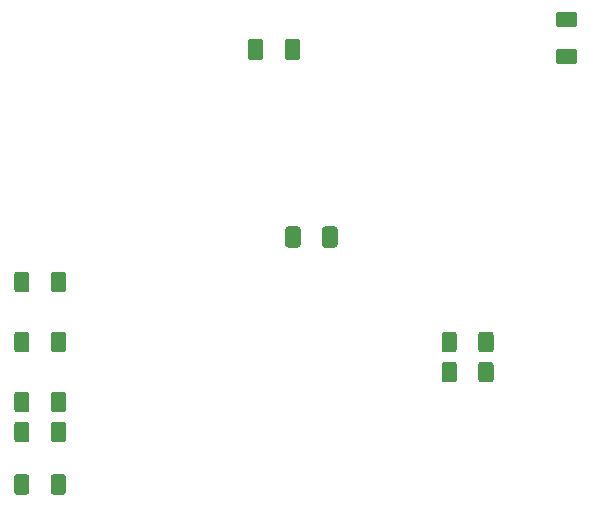
<source format=gbr>
%TF.GenerationSoftware,KiCad,Pcbnew,(5.1.8-0-10_14)*%
%TF.CreationDate,2021-01-04T21:42:45+01:00*%
%TF.ProjectId,led-matrix,6c65642d-6d61-4747-9269-782e6b696361,rev?*%
%TF.SameCoordinates,Original*%
%TF.FileFunction,Paste,Top*%
%TF.FilePolarity,Positive*%
%FSLAX46Y46*%
G04 Gerber Fmt 4.6, Leading zero omitted, Abs format (unit mm)*
G04 Created by KiCad (PCBNEW (5.1.8-0-10_14)) date 2021-01-04 21:42:45*
%MOMM*%
%LPD*%
G01*
G04 APERTURE LIST*
G04 APERTURE END LIST*
%TO.C,R8*%
G36*
G01*
X28830000Y-61600000D02*
X28830000Y-62850000D01*
G75*
G02*
X28580000Y-63100000I-250000J0D01*
G01*
X27780000Y-63100000D01*
G75*
G02*
X27530000Y-62850000I0J250000D01*
G01*
X27530000Y-61600000D01*
G75*
G02*
X27780000Y-61350000I250000J0D01*
G01*
X28580000Y-61350000D01*
G75*
G02*
X28830000Y-61600000I0J-250000D01*
G01*
G37*
G36*
G01*
X31930000Y-61600000D02*
X31930000Y-62850000D01*
G75*
G02*
X31680000Y-63100000I-250000J0D01*
G01*
X30880000Y-63100000D01*
G75*
G02*
X30630000Y-62850000I0J250000D01*
G01*
X30630000Y-61600000D01*
G75*
G02*
X30880000Y-61350000I250000J0D01*
G01*
X31680000Y-61350000D01*
G75*
G02*
X31930000Y-61600000I0J-250000D01*
G01*
G37*
%TD*%
%TO.C,R7*%
G36*
G01*
X28830000Y-59065000D02*
X28830000Y-60315000D01*
G75*
G02*
X28580000Y-60565000I-250000J0D01*
G01*
X27780000Y-60565000D01*
G75*
G02*
X27530000Y-60315000I0J250000D01*
G01*
X27530000Y-59065000D01*
G75*
G02*
X27780000Y-58815000I250000J0D01*
G01*
X28580000Y-58815000D01*
G75*
G02*
X28830000Y-59065000I0J-250000D01*
G01*
G37*
G36*
G01*
X31930000Y-59065000D02*
X31930000Y-60315000D01*
G75*
G02*
X31680000Y-60565000I-250000J0D01*
G01*
X30880000Y-60565000D01*
G75*
G02*
X30630000Y-60315000I0J250000D01*
G01*
X30630000Y-59065000D01*
G75*
G02*
X30880000Y-58815000I250000J0D01*
G01*
X31680000Y-58815000D01*
G75*
G02*
X31930000Y-59065000I0J-250000D01*
G01*
G37*
%TD*%
%TO.C,R6*%
G36*
G01*
X28830000Y-48905000D02*
X28830000Y-50155000D01*
G75*
G02*
X28580000Y-50405000I-250000J0D01*
G01*
X27780000Y-50405000D01*
G75*
G02*
X27530000Y-50155000I0J250000D01*
G01*
X27530000Y-48905000D01*
G75*
G02*
X27780000Y-48655000I250000J0D01*
G01*
X28580000Y-48655000D01*
G75*
G02*
X28830000Y-48905000I0J-250000D01*
G01*
G37*
G36*
G01*
X31930000Y-48905000D02*
X31930000Y-50155000D01*
G75*
G02*
X31680000Y-50405000I-250000J0D01*
G01*
X30880000Y-50405000D01*
G75*
G02*
X30630000Y-50155000I0J250000D01*
G01*
X30630000Y-48905000D01*
G75*
G02*
X30880000Y-48655000I250000J0D01*
G01*
X31680000Y-48655000D01*
G75*
G02*
X31930000Y-48905000I0J-250000D01*
G01*
G37*
%TD*%
%TO.C,R4*%
G36*
G01*
X28830000Y-66050000D02*
X28830000Y-67300000D01*
G75*
G02*
X28580000Y-67550000I-250000J0D01*
G01*
X27780000Y-67550000D01*
G75*
G02*
X27530000Y-67300000I0J250000D01*
G01*
X27530000Y-66050000D01*
G75*
G02*
X27780000Y-65800000I250000J0D01*
G01*
X28580000Y-65800000D01*
G75*
G02*
X28830000Y-66050000I0J-250000D01*
G01*
G37*
G36*
G01*
X31930000Y-66050000D02*
X31930000Y-67300000D01*
G75*
G02*
X31680000Y-67550000I-250000J0D01*
G01*
X30880000Y-67550000D01*
G75*
G02*
X30630000Y-67300000I0J250000D01*
G01*
X30630000Y-66050000D01*
G75*
G02*
X30880000Y-65800000I250000J0D01*
G01*
X31680000Y-65800000D01*
G75*
G02*
X31930000Y-66050000I0J-250000D01*
G01*
G37*
%TD*%
%TO.C,R3*%
G36*
G01*
X66825000Y-55230000D02*
X66825000Y-53980000D01*
G75*
G02*
X67075000Y-53730000I250000J0D01*
G01*
X67875000Y-53730000D01*
G75*
G02*
X68125000Y-53980000I0J-250000D01*
G01*
X68125000Y-55230000D01*
G75*
G02*
X67875000Y-55480000I-250000J0D01*
G01*
X67075000Y-55480000D01*
G75*
G02*
X66825000Y-55230000I0J250000D01*
G01*
G37*
G36*
G01*
X63725000Y-55230000D02*
X63725000Y-53980000D01*
G75*
G02*
X63975000Y-53730000I250000J0D01*
G01*
X64775000Y-53730000D01*
G75*
G02*
X65025000Y-53980000I0J-250000D01*
G01*
X65025000Y-55230000D01*
G75*
G02*
X64775000Y-55480000I-250000J0D01*
G01*
X63975000Y-55480000D01*
G75*
G02*
X63725000Y-55230000I0J250000D01*
G01*
G37*
%TD*%
%TO.C,R2*%
G36*
G01*
X66825000Y-57775000D02*
X66825000Y-56525000D01*
G75*
G02*
X67075000Y-56275000I250000J0D01*
G01*
X67875000Y-56275000D01*
G75*
G02*
X68125000Y-56525000I0J-250000D01*
G01*
X68125000Y-57775000D01*
G75*
G02*
X67875000Y-58025000I-250000J0D01*
G01*
X67075000Y-58025000D01*
G75*
G02*
X66825000Y-57775000I0J250000D01*
G01*
G37*
G36*
G01*
X63725000Y-57775000D02*
X63725000Y-56525000D01*
G75*
G02*
X63975000Y-56275000I250000J0D01*
G01*
X64775000Y-56275000D01*
G75*
G02*
X65025000Y-56525000I0J-250000D01*
G01*
X65025000Y-57775000D01*
G75*
G02*
X64775000Y-58025000I-250000J0D01*
G01*
X63975000Y-58025000D01*
G75*
G02*
X63725000Y-57775000I0J250000D01*
G01*
G37*
%TD*%
%TO.C,R1*%
G36*
G01*
X28830000Y-53980000D02*
X28830000Y-55230000D01*
G75*
G02*
X28580000Y-55480000I-250000J0D01*
G01*
X27780000Y-55480000D01*
G75*
G02*
X27530000Y-55230000I0J250000D01*
G01*
X27530000Y-53980000D01*
G75*
G02*
X27780000Y-53730000I250000J0D01*
G01*
X28580000Y-53730000D01*
G75*
G02*
X28830000Y-53980000I0J-250000D01*
G01*
G37*
G36*
G01*
X31930000Y-53980000D02*
X31930000Y-55230000D01*
G75*
G02*
X31680000Y-55480000I-250000J0D01*
G01*
X30880000Y-55480000D01*
G75*
G02*
X30630000Y-55230000I0J250000D01*
G01*
X30630000Y-53980000D01*
G75*
G02*
X30880000Y-53730000I250000J0D01*
G01*
X31680000Y-53730000D01*
G75*
G02*
X31930000Y-53980000I0J-250000D01*
G01*
G37*
%TD*%
%TO.C,C3*%
G36*
G01*
X53605000Y-46370001D02*
X53605000Y-45069999D01*
G75*
G02*
X53854999Y-44820000I249999J0D01*
G01*
X54680001Y-44820000D01*
G75*
G02*
X54930000Y-45069999I0J-249999D01*
G01*
X54930000Y-46370001D01*
G75*
G02*
X54680001Y-46620000I-249999J0D01*
G01*
X53854999Y-46620000D01*
G75*
G02*
X53605000Y-46370001I0J249999D01*
G01*
G37*
G36*
G01*
X50480000Y-46370001D02*
X50480000Y-45069999D01*
G75*
G02*
X50729999Y-44820000I249999J0D01*
G01*
X51555001Y-44820000D01*
G75*
G02*
X51805000Y-45069999I0J-249999D01*
G01*
X51805000Y-46370001D01*
G75*
G02*
X51555001Y-46620000I-249999J0D01*
G01*
X50729999Y-46620000D01*
G75*
G02*
X50480000Y-46370001I0J249999D01*
G01*
G37*
%TD*%
%TO.C,C2*%
G36*
G01*
X74945001Y-27967500D02*
X73644999Y-27967500D01*
G75*
G02*
X73395000Y-27717501I0J249999D01*
G01*
X73395000Y-26892499D01*
G75*
G02*
X73644999Y-26642500I249999J0D01*
G01*
X74945001Y-26642500D01*
G75*
G02*
X75195000Y-26892499I0J-249999D01*
G01*
X75195000Y-27717501D01*
G75*
G02*
X74945001Y-27967500I-249999J0D01*
G01*
G37*
G36*
G01*
X74945001Y-31092500D02*
X73644999Y-31092500D01*
G75*
G02*
X73395000Y-30842501I0J249999D01*
G01*
X73395000Y-30017499D01*
G75*
G02*
X73644999Y-29767500I249999J0D01*
G01*
X74945001Y-29767500D01*
G75*
G02*
X75195000Y-30017499I0J-249999D01*
G01*
X75195000Y-30842501D01*
G75*
G02*
X74945001Y-31092500I-249999J0D01*
G01*
G37*
%TD*%
%TO.C,C1*%
G36*
G01*
X50430000Y-30495001D02*
X50430000Y-29194999D01*
G75*
G02*
X50679999Y-28945000I249999J0D01*
G01*
X51505001Y-28945000D01*
G75*
G02*
X51755000Y-29194999I0J-249999D01*
G01*
X51755000Y-30495001D01*
G75*
G02*
X51505001Y-30745000I-249999J0D01*
G01*
X50679999Y-30745000D01*
G75*
G02*
X50430000Y-30495001I0J249999D01*
G01*
G37*
G36*
G01*
X47305000Y-30495001D02*
X47305000Y-29194999D01*
G75*
G02*
X47554999Y-28945000I249999J0D01*
G01*
X48380001Y-28945000D01*
G75*
G02*
X48630000Y-29194999I0J-249999D01*
G01*
X48630000Y-30495001D01*
G75*
G02*
X48380001Y-30745000I-249999J0D01*
G01*
X47554999Y-30745000D01*
G75*
G02*
X47305000Y-30495001I0J249999D01*
G01*
G37*
%TD*%
M02*

</source>
